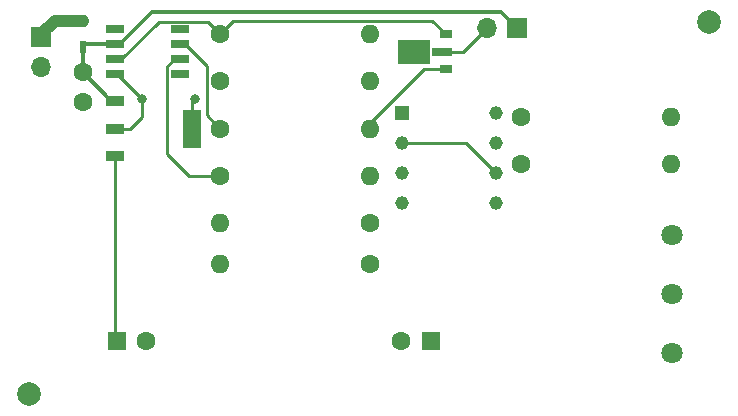
<source format=gbr>
%TF.GenerationSoftware,KiCad,Pcbnew,(6.0.6)*%
%TF.CreationDate,2023-09-23T12:19:05+03:00*%
%TF.ProjectId,leds_rme,6c656473-fc72-46d6-952e-6b696361645f,rev?*%
%TF.SameCoordinates,Original*%
%TF.FileFunction,Copper,L1,Top*%
%TF.FilePolarity,Positive*%
%FSLAX46Y46*%
G04 Gerber Fmt 4.6, Leading zero omitted, Abs format (unit mm)*
G04 Created by KiCad (PCBNEW (6.0.6)) date 2023-09-23 12:19:05*
%MOMM*%
%LPD*%
G01*
G04 APERTURE LIST*
%TA.AperFunction,ComponentPad*%
%ADD10R,1.600000X1.600000*%
%TD*%
%TA.AperFunction,ComponentPad*%
%ADD11C,1.600000*%
%TD*%
%TA.AperFunction,SMDPad,CuDef*%
%ADD12R,0.500000X1.050000*%
%TD*%
%TA.AperFunction,ComponentPad*%
%ADD13C,1.800000*%
%TD*%
%TA.AperFunction,ComponentPad*%
%ADD14O,1.600000X1.600000*%
%TD*%
%TA.AperFunction,ComponentPad*%
%ADD15R,1.700000X1.700000*%
%TD*%
%TA.AperFunction,ComponentPad*%
%ADD16O,1.700000X1.700000*%
%TD*%
%TA.AperFunction,SMDPad,CuDef*%
%ADD17R,1.550000X0.650000*%
%TD*%
%TA.AperFunction,SMDPad,CuDef*%
%ADD18R,1.500000X0.900000*%
%TD*%
%TA.AperFunction,SMDPad,CuDef*%
%ADD19R,1.500000X3.200000*%
%TD*%
%TA.AperFunction,SMDPad,CuDef*%
%ADD20R,1.100000X0.700000*%
%TD*%
%TA.AperFunction,SMDPad,CuDef*%
%ADD21R,1.800000X0.700000*%
%TD*%
%TA.AperFunction,SMDPad,CuDef*%
%ADD22R,2.800000X2.000000*%
%TD*%
%TA.AperFunction,ComponentPad*%
%ADD23R,1.160000X1.160000*%
%TD*%
%TA.AperFunction,ComponentPad*%
%ADD24C,1.160000*%
%TD*%
%TA.AperFunction,ViaPad*%
%ADD25C,2.000000*%
%TD*%
%TA.AperFunction,ViaPad*%
%ADD26C,0.800000*%
%TD*%
%TA.AperFunction,Conductor*%
%ADD27C,0.350000*%
%TD*%
%TA.AperFunction,Conductor*%
%ADD28C,0.250000*%
%TD*%
%TA.AperFunction,Conductor*%
%ADD29C,1.000000*%
%TD*%
G04 APERTURE END LIST*
D10*
%TO.P,C3,1*%
%TO.N,Net-(C3-Pad1)*%
X79500000Y-75000000D03*
D11*
%TO.P,C3,2*%
%TO.N,GND*%
X77000000Y-75000000D03*
%TD*%
D12*
%TO.P,D1,1*%
%TO.N,Net-(C1-Pad1)*%
X50000000Y-50138000D03*
%TO.P,D1,2*%
%TO.N,Net-(D1-Pad2)*%
X50000000Y-47862000D03*
%TD*%
D13*
%TO.P,VR1,1,CCW*%
%TO.N,Net-(R8-Pad2)*%
X99950000Y-76000000D03*
%TO.P,VR1,2,WIPER*%
%TO.N,Net-(C3-Pad1)*%
X99950000Y-71000000D03*
%TO.P,VR1,3,CW*%
%TO.N,unconnected-(VR1-Pad3)*%
X99950000Y-66000000D03*
%TD*%
D11*
%TO.P,R2,1*%
%TO.N,Net-(Q1-Pad3)*%
X61650000Y-53000000D03*
D14*
%TO.P,R2,2*%
%TO.N,GND*%
X74350000Y-53000000D03*
%TD*%
D11*
%TO.P,R4,1*%
%TO.N,Net-(IC1-Pad6)*%
X61650000Y-61000000D03*
D14*
%TO.P,R4,2*%
%TO.N,GND*%
X74350000Y-61000000D03*
%TD*%
D11*
%TO.P,R8,1*%
%TO.N,Net-(IC3-Pad7)*%
X87150000Y-60000000D03*
D14*
%TO.P,R8,2*%
%TO.N,Net-(R8-Pad2)*%
X99850000Y-60000000D03*
%TD*%
D15*
%TO.P,J1,1,Pin_1*%
%TO.N,Net-(D1-Pad2)*%
X46500000Y-49225000D03*
D16*
%TO.P,J1,2,Pin_2*%
%TO.N,GND*%
X46500000Y-51765000D03*
%TD*%
D11*
%TO.P,R6,1*%
%TO.N,Net-(IC1-Pad3)*%
X61650000Y-49000000D03*
D14*
%TO.P,R6,2*%
%TO.N,GND*%
X74350000Y-49000000D03*
%TD*%
D11*
%TO.P,C1,1*%
%TO.N,Net-(C1-Pad1)*%
X50000000Y-52250000D03*
%TO.P,C1,2*%
%TO.N,GND*%
X50000000Y-54750000D03*
%TD*%
%TO.P,R3,1*%
%TO.N,Net-(IC3-Pad3)*%
X74350000Y-65000000D03*
D14*
%TO.P,R3,2*%
%TO.N,Net-(IC1-Pad6)*%
X61650000Y-65000000D03*
%TD*%
D17*
%TO.P,IC1,1,NC_1*%
%TO.N,unconnected-(IC1-Pad1)*%
X52775000Y-48595000D03*
%TO.P,IC1,2,VS*%
%TO.N,Net-(C1-Pad1)*%
X52775000Y-49865000D03*
%TO.P,IC1,3,VSENSE*%
%TO.N,Net-(IC1-Pad3)*%
X52775000Y-51135000D03*
%TO.P,IC1,4,GND*%
%TO.N,GND*%
X52775000Y-52405000D03*
%TO.P,IC1,5,NC_2*%
%TO.N,unconnected-(IC1-Pad5)*%
X58225000Y-52405000D03*
%TO.P,IC1,6,EN*%
%TO.N,Net-(IC1-Pad6)*%
X58225000Y-51135000D03*
%TO.P,IC1,7,OUT*%
%TO.N,Net-(IC1-Pad7)*%
X58225000Y-49865000D03*
%TO.P,IC1,8,NC_3*%
%TO.N,unconnected-(IC1-Pad8)*%
X58225000Y-48595000D03*
%TD*%
D18*
%TO.P,IC2,1,VI*%
%TO.N,Net-(C1-Pad1)*%
X52750000Y-54700000D03*
%TO.P,IC2,2,GND_1*%
%TO.N,GND*%
X52750000Y-57000000D03*
%TO.P,IC2,3,VQ*%
%TO.N,Net-(C2-Pad1)*%
X52750000Y-59300000D03*
D19*
%TO.P,IC2,4,GND_2*%
%TO.N,GND*%
X59250000Y-57000000D03*
%TD*%
D10*
%TO.P,C2,1*%
%TO.N,Net-(C2-Pad1)*%
X52882323Y-75000000D03*
D11*
%TO.P,C2,2*%
%TO.N,GND*%
X55382323Y-75000000D03*
%TD*%
D20*
%TO.P,Q1,1,E*%
%TO.N,Net-(IC1-Pad3)*%
X80750000Y-49000000D03*
D21*
%TO.P,Q1,2,C_1*%
%TO.N,Net-(J2-Pad2)*%
X80400000Y-50500000D03*
D20*
%TO.P,Q1,3,B*%
%TO.N,Net-(Q1-Pad3)*%
X80750000Y-52000000D03*
D22*
%TO.P,Q1,4,C_2*%
%TO.N,Net-(J2-Pad2)*%
X78100000Y-50500000D03*
%TD*%
D11*
%TO.P,R1,1*%
%TO.N,Net-(IC1-Pad7)*%
X61650000Y-57000000D03*
D14*
%TO.P,R1,2*%
%TO.N,Net-(Q1-Pad3)*%
X74350000Y-57000000D03*
%TD*%
D15*
%TO.P,J2,1,Pin_1*%
%TO.N,Net-(C1-Pad1)*%
X86775000Y-48500000D03*
D16*
%TO.P,J2,2,Pin_2*%
%TO.N,Net-(J2-Pad2)*%
X84235000Y-48500000D03*
%TD*%
D11*
%TO.P,R7,1*%
%TO.N,Net-(C2-Pad1)*%
X87150000Y-56000000D03*
D14*
%TO.P,R7,2*%
%TO.N,Net-(IC3-Pad7)*%
X99850000Y-56000000D03*
%TD*%
D11*
%TO.P,R5,1*%
%TO.N,Net-(C2-Pad1)*%
X74350000Y-68500000D03*
D14*
%TO.P,R5,2*%
%TO.N,Net-(IC3-Pad3)*%
X61650000Y-68500000D03*
%TD*%
D23*
%TO.P,IC3,1,GND*%
%TO.N,GND*%
X77030000Y-55690000D03*
D24*
%TO.P,IC3,2,TRIGGER*%
%TO.N,Net-(C3-Pad1)*%
X77030000Y-58230000D03*
%TO.P,IC3,3,OUTPUT*%
%TO.N,Net-(IC3-Pad3)*%
X77030000Y-60770000D03*
%TO.P,IC3,4,RESET*%
%TO.N,Net-(C2-Pad1)*%
X77030000Y-63310000D03*
%TO.P,IC3,5,CONTROL_VOLTAGE*%
%TO.N,unconnected-(IC3-Pad5)*%
X84970000Y-63310000D03*
%TO.P,IC3,6,THRESHOLD*%
%TO.N,Net-(C3-Pad1)*%
X84970000Y-60770000D03*
%TO.P,IC3,7,DISCHARGE*%
%TO.N,Net-(IC3-Pad7)*%
X84970000Y-58230000D03*
%TO.P,IC3,8,VCC*%
%TO.N,Net-(C2-Pad1)*%
X84970000Y-55690000D03*
%TD*%
D25*
%TO.N,*%
X103000500Y-47999500D03*
X45500000Y-79500000D03*
D26*
%TO.N,GND*%
X59500000Y-54500000D03*
X55000000Y-54500000D03*
%TD*%
D27*
%TO.N,Net-(C1-Pad1)*%
X52750000Y-54700000D02*
X52450000Y-54700000D01*
X53135000Y-49865000D02*
X52775000Y-49865000D01*
X52775000Y-49865000D02*
X50273000Y-49865000D01*
X86775000Y-48500000D02*
X85400000Y-47125000D01*
X50000000Y-52250000D02*
X50000000Y-50138000D01*
X50273000Y-49865000D02*
X50000000Y-50138000D01*
X55875000Y-47125000D02*
X53135000Y-49865000D01*
X52450000Y-54700000D02*
X50000000Y-52250000D01*
X85400000Y-47125000D02*
X55875000Y-47125000D01*
D28*
%TO.N,GND*%
X52775000Y-52405000D02*
X52905000Y-52405000D01*
X59500000Y-54500000D02*
X59250000Y-54750000D01*
X55000000Y-56000000D02*
X55000000Y-54500000D01*
X52905000Y-52405000D02*
X55000000Y-54500000D01*
X52750000Y-57000000D02*
X54000000Y-57000000D01*
X54000000Y-57000000D02*
X55000000Y-56000000D01*
X59250000Y-54750000D02*
X59250000Y-57000000D01*
%TO.N,Net-(C2-Pad1)*%
X52750000Y-74867677D02*
X52882323Y-75000000D01*
X52750000Y-59300000D02*
X52750000Y-74867677D01*
%TO.N,Net-(C3-Pad1)*%
X77030000Y-58230000D02*
X82430000Y-58230000D01*
X82430000Y-58230000D02*
X84970000Y-60770000D01*
D29*
%TO.N,Net-(D1-Pad2)*%
X46500000Y-49225000D02*
X46500000Y-49000000D01*
X46500000Y-49000000D02*
X47638000Y-47862000D01*
X47638000Y-47862000D02*
X50000000Y-47862000D01*
D28*
%TO.N,Net-(IC1-Pad3)*%
X56445000Y-47945000D02*
X53255000Y-51135000D01*
X61650000Y-49000000D02*
X60595000Y-47945000D01*
X79625000Y-47875000D02*
X62775000Y-47875000D01*
X53255000Y-51135000D02*
X52775000Y-51135000D01*
X80750000Y-49000000D02*
X79625000Y-47875000D01*
X60595000Y-47945000D02*
X56445000Y-47945000D01*
X62775000Y-47875000D02*
X61650000Y-49000000D01*
%TO.N,Net-(IC1-Pad6)*%
X59000000Y-61000000D02*
X61650000Y-61000000D01*
X58225000Y-51135000D02*
X57745000Y-51135000D01*
X57745000Y-51135000D02*
X57125000Y-51755000D01*
X57125000Y-59125000D02*
X59000000Y-61000000D01*
X57125000Y-51755000D02*
X57125000Y-59125000D01*
%TO.N,Net-(IC1-Pad7)*%
X61650000Y-57000000D02*
X61650000Y-56580000D01*
X60500000Y-55850000D02*
X61650000Y-57000000D01*
X60500000Y-51690000D02*
X60500000Y-55850000D01*
X58675000Y-49865000D02*
X60500000Y-51690000D01*
X58225000Y-49865000D02*
X58675000Y-49865000D01*
%TO.N,Net-(J2-Pad2)*%
X82235000Y-50500000D02*
X80400000Y-50500000D01*
X84235000Y-48500000D02*
X82235000Y-50500000D01*
%TO.N,Net-(Q1-Pad3)*%
X74350000Y-56560000D02*
X74350000Y-57000000D01*
X78910000Y-52000000D02*
X74350000Y-56560000D01*
X80750000Y-52000000D02*
X78910000Y-52000000D01*
%TD*%
M02*

</source>
